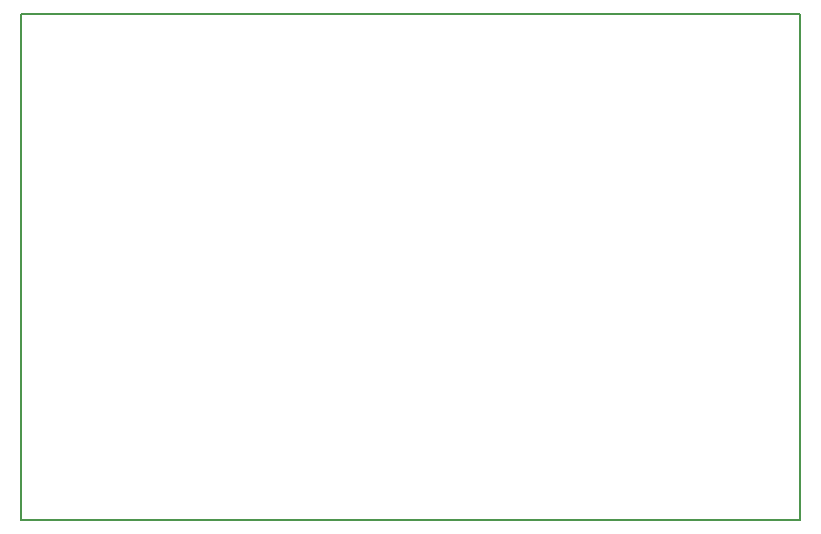
<source format=gm1>
G04 MADE WITH FRITZING*
G04 WWW.FRITZING.ORG*
G04 DOUBLE SIDED*
G04 HOLES PLATED*
G04 CONTOUR ON CENTER OF CONTOUR VECTOR*
%ASAXBY*%
%FSLAX23Y23*%
%MOIN*%
%OFA0B0*%
%SFA1.0B1.0*%
%ADD10R,2.605830X1.696460*%
%ADD11C,0.008000*%
%ADD10C,0.008*%
%LNCONTOUR*%
G90*
G70*
G54D10*
G54D11*
X4Y1692D02*
X2602Y1692D01*
X2602Y4D01*
X4Y4D01*
X4Y1692D01*
D02*
G04 End of contour*
M02*
</source>
